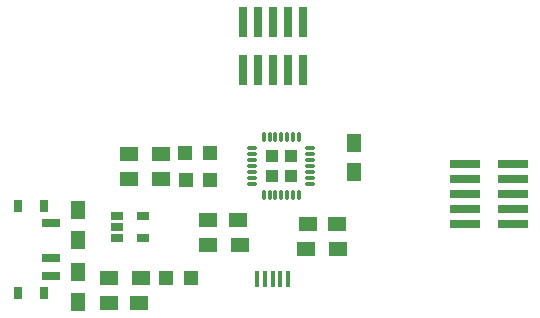
<source format=gbr>
G04 #@! TF.FileFunction,Paste,Top*
%FSLAX46Y46*%
G04 Gerber Fmt 4.6, Leading zero omitted, Abs format (unit mm)*
G04 Created by KiCad (PCBNEW 4.0.4-stable) date 12/30/16 15:58:51*
%MOMM*%
%LPD*%
G01*
G04 APERTURE LIST*
%ADD10C,0.100000*%
%ADD11R,1.500000X0.700000*%
%ADD12R,0.800000X1.000000*%
%ADD13R,1.060000X0.650000*%
%ADD14R,1.500000X1.250000*%
%ADD15R,0.750000X2.500000*%
%ADD16R,1.250000X1.500000*%
%ADD17R,0.400000X1.350000*%
%ADD18R,1.198880X1.198880*%
%ADD19R,2.500000X0.750000*%
%ADD20R,1.500000X1.300000*%
%ADD21O,0.300000X0.850000*%
%ADD22O,0.850000X0.300000*%
%ADD23R,1.005000X1.005000*%
G04 APERTURE END LIST*
D10*
D11*
X130255000Y-113650000D03*
X130255000Y-116650000D03*
X130255000Y-118150000D03*
D12*
X127405000Y-112250000D03*
X127405000Y-119550000D03*
X129605000Y-119550000D03*
X129605000Y-112250000D03*
D13*
X135800000Y-113050000D03*
X135800000Y-114000000D03*
X135800000Y-114950000D03*
X138000000Y-114950000D03*
X138000000Y-113050000D03*
D14*
X137650000Y-120400000D03*
X135150000Y-120400000D03*
D15*
X151540000Y-96670000D03*
X150270000Y-96670000D03*
X149000000Y-96670000D03*
X147730000Y-96670000D03*
X146460000Y-96670000D03*
X146460000Y-100670000D03*
X147730000Y-100670000D03*
X151540000Y-100670000D03*
X150270000Y-100670000D03*
X149000000Y-100670000D03*
D16*
X132510000Y-117800000D03*
X132510000Y-120300000D03*
D17*
X147699100Y-118420000D03*
X148349100Y-118420000D03*
X148999100Y-118420000D03*
X149649100Y-118420000D03*
X150299100Y-118420000D03*
D16*
X155900000Y-109350000D03*
X155900000Y-106850000D03*
X132530000Y-115080000D03*
X132530000Y-112580000D03*
D18*
X141620980Y-109970000D03*
X143719020Y-109970000D03*
X141600980Y-107760000D03*
X143699020Y-107760000D03*
X142049020Y-118300000D03*
X139950980Y-118300000D03*
D19*
X169320000Y-113700000D03*
X169320000Y-112430000D03*
X169320000Y-111160000D03*
X169320000Y-109890000D03*
X169320000Y-108620000D03*
X165320000Y-108620000D03*
X165320000Y-109890000D03*
X165320000Y-113700000D03*
X165320000Y-112430000D03*
X165320000Y-111160000D03*
D20*
X136852329Y-109917869D03*
X139552329Y-109917869D03*
X136862329Y-107807869D03*
X139562329Y-107807869D03*
X137850000Y-118300000D03*
X135150000Y-118300000D03*
D14*
X154480000Y-113770000D03*
X151980000Y-113770000D03*
X143563432Y-113410654D03*
X146063432Y-113410654D03*
D20*
X151830000Y-115850000D03*
X154530000Y-115850000D03*
X146243432Y-115500654D03*
X143543432Y-115500654D03*
D21*
X148240000Y-111260000D03*
X148740000Y-111260000D03*
X149240000Y-111260000D03*
X149740000Y-111260000D03*
X150240000Y-111260000D03*
X150740000Y-111260000D03*
X151240000Y-111260000D03*
D22*
X152190000Y-110310000D03*
X152190000Y-109810000D03*
X152190000Y-109310000D03*
X152190000Y-108810000D03*
X152190000Y-108310000D03*
X152190000Y-107810000D03*
X152190000Y-107310000D03*
D21*
X151240000Y-106360000D03*
X150740000Y-106360000D03*
X150240000Y-106360000D03*
X149740000Y-106360000D03*
X149240000Y-106360000D03*
X148740000Y-106360000D03*
X148240000Y-106360000D03*
D22*
X147290000Y-107310000D03*
X147290000Y-107810000D03*
X147290000Y-108310000D03*
X147290000Y-108810000D03*
X147290000Y-109310000D03*
X147290000Y-109810000D03*
X147290000Y-110310000D03*
D23*
X150577500Y-107972500D03*
X148902500Y-107972500D03*
X150577500Y-109647500D03*
X148902500Y-109647500D03*
M02*

</source>
